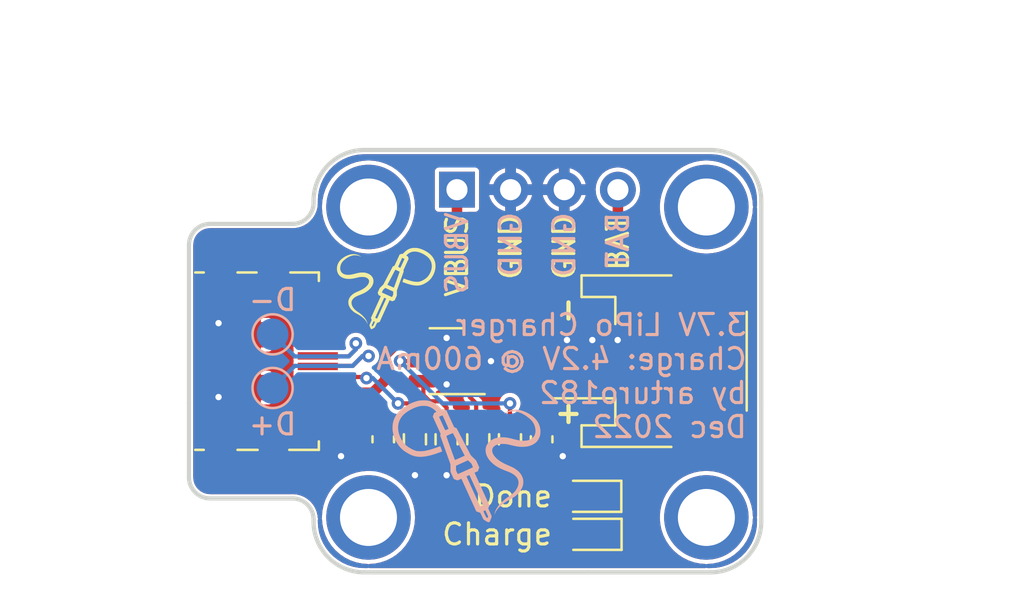
<source format=kicad_pcb>
(kicad_pcb (version 20221018) (generator pcbnew)
  (layers (0 "F.Cu" signal) (31 "B.Cu" signal) (34 "B.Paste" user) (35 "F.Paste" user) (36 "B.SilkS" user "B.Silkscreen") (37 "F.SilkS" user "F.Silkscreen") (38 "B.Mask" user) (39 "F.Mask" user) (44 "Edge.Cuts" user))
  (net 0 "")
  (net 1 "VBUS")
  (net 2 "GND")
  (net 3 "+BATT")
  (net 4 "Net-(D1-Pad1)")
  (net 5 "Net-(D2-Pad1)")
  (net 6 "Net-(J2-PadA5)")
  (net 8 "Net-(R2-Pad2)")
  (net 9 "Net-(R3-Pad1)")
  (net 10 "/D-")
  (net 11 "/D+")
  (net 12 "Net-(R4-Pad1)")
  (footprint "Resistor_SMD:R_0603_1608Metric" (layer "F.Cu") (at 169.8 97.7 90)
    (fp_text reference "R1" hide)
    (fp_text value "5.1K")
    (pad "1" smd roundrect (at -0.825 0 90) (size 0.8 0.95) (layers "F.Cu" "F.Paste" "F.Mask") (net 2 "GND"))
    (pad "2" smd roundrect (at 0.825 0 90) (size 0.8 0.95) (layers "F.Cu" "F.Paste" "F.Mask") (net 6 "Net-(J2-PadA5)"))
  )
  (footprint "MountingHole:MountingHole_2.7mm_M2.5_DIN965_Pad" (layer "F.Cu") (at 183.6 86.7)
    (fp_text reference "REF**" hide)
    (fp_text value "MountingHole_2.7mm_M2.5_DIN965_Pad")
    (pad "1" thru_hole circle (at 0 0) (size 4 4) (drill 2.7) (layers "*.Cu" "*.Mask"))
  )
  (footprint "Capacitor_SMD:C_0603_1608Metric" (layer "F.Cu") (at 175.8 97.7 90)
    (fp_text reference "C2" hide)
    (fp_text value "10uF")
    (pad "1" smd roundrect (at -0.775 0 90) (size 0.9 0.95) (layers "F.Cu" "F.Paste" "F.Mask") (net 2 "GND"))
    (pad "2" smd roundrect (at 0.775 0 90) (size 0.9 0.95) (layers "F.Cu" "F.Paste" "F.Mask") (net 3 "+BATT"))
  )
  (footprint "MountingHole:MountingHole_2.7mm_M2.5_DIN965_Pad" (layer "F.Cu") (at 167.6 86.7)
    (fp_text reference "REF**" hide)
    (fp_text value "MountingHole_2.7mm_M2.5_DIN965_Pad")
    (pad "1" thru_hole circle (at 0 0) (size 4 4) (drill 2.7) (layers "*.Cu" "*.Mask"))
  )
  (footprint "Connector_PinHeader_2.54mm:PinHeader_1x04_P2.54mm_Vertical" (layer "F.Cu") (at 171.79 85.88 90)
    (fp_text reference "J4" hide)
    (fp_text value "Conn_Pwr")
    (pad "1" thru_hole rect (at 0 0 90) (size 1.7 1.7) (drill 1) (layers "*.Cu" "*.Mask") (net 1 "VBUS"))
    (pad "2" thru_hole oval (at 0 2.54 90) (size 1.7 1.7) (drill 1) (layers "*.Cu" "*.Mask") (net 2 "GND"))
    (pad "3" thru_hole oval (at 0 5.08 90) (size 1.7 1.7) (drill 1) (layers "*.Cu" "*.Mask") (net 2 "GND"))
    (pad "4" thru_hole oval (at 0 7.62 90) (size 1.7 1.7) (drill 1) (layers "*.Cu" "*.Mask") (net 3 "+BATT"))
  )
  (footprint "MountingHole:MountingHole_2.7mm_M2.5_DIN965_Pad" (layer "F.Cu") (at 183.6 101.4)
    (fp_text reference "REF**" hide)
    (fp_text value "MountingHole_2.7mm_M2.5_DIN965_Pad")
    (pad "1" thru_hole circle (at 0 0) (size 4 4) (drill 2.7) (layers "*.Cu" "*.Mask"))
  )
  (footprint "Resistor_SMD:R_0603_1608Metric" (layer "F.Cu") (at 174.3 97.7 -90)
    (fp_text reference "R4" hide)
    (fp_text value "1K")
    (pad "1" smd roundrect (at -0.825 0 270) (size 0.8 0.95) (layers "F.Cu" "F.Paste" "F.Mask") (net 12 "Net-(R4-Pad1)"))
    (pad "2" smd roundrect (at 0.825 0 270) (size 0.8 0.95) (layers "F.Cu" "F.Paste" "F.Mask") (net 5 "Net-(D2-Pad1)"))
  )
  (footprint "LED_SMD:LED_0603_1608Metric" (layer "F.Cu") (at 178.087501 100.4 180)
    (fp_text reference "D2" hide)
    (fp_text value "LED_DONE")
    (pad "1" smd roundrect (at -0.7875 0 180) (size 0.875 0.95) (layers "F.Cu" "F.Paste" "F.Mask") (net 5 "Net-(D2-Pad1)"))
    (pad "2" smd roundrect (at 0.7875 0 180) (size 0.875 0.95) (layers "F.Cu" "F.Paste" "F.Mask") (net 1 "VBUS"))
  )
  (footprint "Connector_USB_Extra:USB_C_Plug_UTC009-C12" (layer "F.Cu") (at 165 94 -90)
    (fp_text reference "J2" hide)
    (fp_text value "USB_C_Plug_USB2.0")
    (pad "A1" smd rect (at 2.75 -0.2 270) (size 0.35 1.9) (layers "F.Cu" "F.Paste" "F.Mask") (net 2 "GND"))
    (pad "A4" smd rect (at 1.25 -0.2 270) (size 0.35 1.9) (layers "F.Cu" "F.Paste" "F.Mask") (net 1 "VBUS"))
    (pad "A5" smd rect (at 0.75 -0.2 270) (size 0.35 1.9) (layers "F.Cu" "F.Paste" "F.Mask") (net 6 "Net-(J2-PadA5)"))
    (pad "A6" smd rect (at 0.25 -0.2 270) (size 0.35 1.9) (layers "F.Cu" "F.Paste" "F.Mask") (net 11 "/D+"))
    (pad "A7" smd rect (at -0.25 -0.2 270) (size 0.35 1.9) (layers "F.Cu" "F.Paste" "F.Mask") (net 10 "/D-"))
    (pad "A10" smd rect (at -1.75 -0.2 270) (size 0.35 1.9) (layers "F.Cu" "F.Paste" "F.Mask"))
    (pad "A11" smd rect (at -2.25 -0.2 270) (size 0.35 1.9) (layers "F.Cu" "F.Paste" "F.Mask"))
    (pad "B2" smd rect (at -2.75 -0.2 270) (size 0.35 1.9) (layers "F.Cu" "F.Paste" "F.Mask"))
    (pad "B3" smd rect (at -1.25 -0.2 270) (size 0.35 1.9) (layers "F.Cu" "F.Paste" "F.Mask"))
    (pad "B5" smd rect (at -0.75 -0.2 270) (size 0.35 1.9) (layers "F.Cu" "F.Paste" "F.Mask"))
    (pad "B9" smd rect (at 1.75 -0.2 270) (size 0.35 1.9) (layers "F.Cu" "F.Paste" "F.Mask") (net 1 "VBUS"))
    (pad "B12" smd rect (at 2.25 -0.2 270) (size 0.35 1.9) (layers "F.Cu" "F.Paste" "F.Mask") (net 2 "GND"))
    (pad "S1" smd rect (at -4.55 1.9 270) (size 1.5 1.4) (layers "F.Cu" "F.Paste" "F.Mask") (net 2 "GND"))
    (pad "S1" smd rect (at -4.55 4.4 270) (size 1.5 1.4) (layers "F.Cu" "F.Paste" "F.Mask") (net 2 "GND"))
    (pad "S1" smd rect (at -3.4 -0.1 270) (size 0.65 2.1) (layers "F.Cu" "F.Paste" "F.Mask") (net 2 "GND"))
    (pad "S1" smd rect (at -1.75 4.5 270) (size 1.2 1.2) (layers "F.Cu" "F.Paste" "F.Mask") (net 2 "GND"))
    (pad "S1" smd rect (at -1.25 2.75 270) (size 1.2 1.2) (layers "F.Cu" "F.Paste" "F.Mask") (net 2 "GND"))
    (pad "S1" smd rect (at 1.25 2.75 270) (size 1.2 1.2) (layers "F.Cu" "F.Paste" "F.Mask") (net 2 "GND"))
    (pad "S1" smd rect (at 1.75 4.5 270) (size 1.2 1.2) (layers "F.Cu" "F.Paste" "F.Mask") (net 2 "GND"))
    (pad "S1" smd rect (at 3.4 -0.1 270) (size 0.65 2.1) (layers "F.Cu" "F.Paste" "F.Mask") (net 2 "GND"))
    (pad "S1" smd rect (at 4.55 1.9 270) (size 1.5 1.3) (layers "F.Cu" "F.Paste" "F.Mask") (net 2 "GND"))
    (pad "S1" smd rect (at 4.55 4.4 270) (size 1.5 1.4) (layers "F.Cu" "F.Paste" "F.Mask") (net 2 "GND"))
  )
  (footprint "Symbols_Extra:SolderParty-New-Logo_5x4.2mm_SilkScreen" (layer "F.Cu") (at 168.6 90.4)
    (fp_text reference "G***" hide)
    (fp_text value "LOGO" hide)
  )
  (footprint "LED_SMD:LED_0603_1608Metric" (layer "F.Cu") (at 178.1 102.2 180)
    (fp_text reference "D1" hide)
    (fp_text value "LED_CHR")
    (pad "1" smd roundrect (at -0.7875 0 180) (size 0.875 0.95) (layers "F.Cu" "F.Paste" "F.Mask") (net 4 "Net-(D1-Pad1)"))
    (pad "2" smd roundrect (at 0.7875 0 180) (size 0.875 0.95) (layers "F.Cu" "F.Paste" "F.Mask") (net 1 "VBUS"))
  )
  (footprint "Connector_JST:JST_PH_S2B-PH-SM4-TB_1x02-1MP_P2.00mm_Horizontal" (layer "F.Cu") (at 181 94 90)
    (fp_text reference "J1" hide)
    (fp_text value "Conn_Battery")
    (pad "1" smd roundrect (at -1 -2.85 90) (size 1 3.5) (layers "F.Cu" "F.Paste" "F.Mask") (net 3 "+BATT"))
    (pad "2" smd roundrect (at 1 -2.85 90) (size 1 3.5) (layers "F.Cu" "F.Paste" "F.Mask") (net 2 "GND"))
    (pad "MP" smd roundrect (at -3.35 2.9 90) (size 1.5 3.4) (layers "F.Cu" "F.Paste" "F.Mask") (roundrect_rratio 0.1666673333))
    (pad "MP" smd roundrect (at 3.35 2.9 90) (size 1.5 3.4) (layers "F.Cu" "F.Paste" "F.Mask") (roundrect_rratio 0.1666673333))
  )
  (footprint "MountingHole:MountingHole_2.7mm_M2.5_DIN965_Pad" (layer "F.Cu") (at 167.6 101.4)
    (fp_text reference "REF**" hide)
    (fp_text value "MountingHole_2.7mm_M2.5_DIN965_Pad")
    (pad "1" thru_hole circle (at 0 0) (size 4 4) (drill 2.7) (layers "*.Cu" "*.Mask"))
  )
  (footprint "Capacitor_SMD:C_0603_1608Metric" (layer "F.Cu") (at 168.3 97.7 90)
    (fp_text reference "C1" hide)
    (fp_text value "10uF")
    (pad "1" smd roundrect (at -0.775 0 90) (size 0.9 0.95) (layers "F.Cu" "F.Paste" "F.Mask") (net 2 "GND"))
    (pad "2" smd roundrect (at 0.775 0 90) (size 0.9 0.95) (layers "F.Cu" "F.Paste" "F.Mask") (net 1 "VBUS"))
  )
  (footprint "Resistor_SMD:R_0603_1608Metric" (layer "F.Cu") (at 171.3 97.7 90)
    (fp_text reference "R2" hide)
    (fp_text value "2K")
    (pad "1" smd roundrect (at -0.825 0 90) (size 0.8 0.95) (layers "F.Cu" "F.Paste" "F.Mask") (net 2 "GND"))
    (pad "2" smd roundrect (at 0.825 0 90) (size 0.8 0.95) (layers "F.Cu" "F.Paste" "F.Mask") (net 8 "Net-(R2-Pad2)"))
  )
  (footprint "Resistor_SMD:R_0603_1608Metric" (layer "F.Cu") (at 172.8 97.7 -90)
    (fp_text reference "R3" hide)
    (fp_text value "1K")
    (pad "1" smd roundrect (at -0.825 0 270) (size 0.8 0.95) (layers "F.Cu" "F.Paste" "F.Mask") (net 9 "Net-(R3-Pad1)"))
    (pad "2" smd roundrect (at 0.825 0 270) (size 0.8 0.95) (layers "F.Cu" "F.Paste" "F.Mask") (net 4 "Net-(D1-Pad1)"))
  )
  (footprint "Package_TO_SOT_SMD:SOT-23-6" (layer "F.Cu") (at 171.3 94 180)
    (fp_text reference "U1" hide)
    (fp_text value "ME4055-N")
    (pad "1" smd roundrect (at -1.1375 -0.95 180) (size 1.325 0.6) (layers "F.Cu" "F.Paste" "F.Mask") (net 9 "Net-(R3-Pad1)"))
    (pad "2" smd roundrect (at -1.1375 0 180) (size 1.325 0.6) (layers "F.Cu" "F.Paste" "F.Mask") (net 2 "GND"))
    (pad "3" smd roundrect (at -1.1375 0.95 180) (size 1.325 0.6) (layers "F.Cu" "F.Paste" "F.Mask") (net 3 "+BATT"))
    (pad "4" smd roundrect (at 1.1375 0.95 180) (size 1.325 0.6) (layers "F.Cu" "F.Paste" "F.Mask") (net 1 "VBUS"))
    (pad "5" smd roundrect (at 1.1375 0 180) (size 1.325 0.6) (layers "F.Cu" "F.Paste" "F.Mask") (net 12 "Net-(R4-Pad1)"))
    (pad "6" smd roundrect (at 1.1375 -0.95 180) (size 1.325 0.6) (layers "F.Cu" "F.Paste" "F.Mask") (net 8 "Net-(R2-Pad2)"))
  )
  (footprint "Symbols_Extra:SolderParty-New-Logo_7.5x6.4mm_SilkScreen" (layer "B.Cu") (at 172 98.5 180)
    (fp_text reference "G***" hide)
    (fp_text value "LOGO" hide)
  )
  (footprint "TestPoint:TestPoint_Pad_D1.5mm" (layer "B.Cu") (at 163.06 95.270003 90)
    (fp_text reference "TP2" hide)
    (fp_text value "TP_D+")
    (pad "1" smd circle (at 0 0 90) (size 1.5 1.5) (layers "B.Cu" "B.Mask") (net 11 "/D+"))
  )
  (footprint "TestPoint:TestPoint_Pad_D1.5mm" (layer "B.Cu") (at 163.06 92.73 90)
    (fp_text reference "TP1" hide)
    (fp_text value "TP_D-")
    (pad "1" smd circle (at 0 0 90) (size 1.5 1.5) (layers "B.Cu" "B.Mask") (net 10 "/D-"))
  )
  (gr_line (start 178 104) (end 167.4 104.000001) (stroke (width 0.2)) (layer "Edge.Cuts"))
  (gr_line (start 165 101.5) (end 165 101.6) (stroke (width 0.2)) (layer "Edge.Cuts"))
  (gr_arc (start 186.2 101.6) (mid 185.497056 103.297056) (end 183.8 104) (stroke (width 0.2)) (layer "Edge.Cuts"))
  (gr_line (start 164 87.5) (end 160.1 87.5) (stroke (width 0.2)) (layer "Edge.Cuts"))
  (gr_arc (start 159.1 88.5) (mid 159.392893 87.792893) (end 160.1 87.5) (stroke (width 0.2)) (layer "Edge.Cuts"))
  (gr_arc (start 165 86.400001) (mid 165.702944 84.702945) (end 167.4 84.000001) (stroke (width 0.2)) (layer "Edge.Cuts"))
  (gr_line (start 186.2 101.6) (end 186.2 96) (stroke (width 0.2)) (layer "Edge.Cuts"))
  (gr_line (start 159.1 88.5) (end 159.1 96) (stroke (width 0.2)) (layer "Edge.Cuts"))
  (gr_line (start 178 84) (end 167.4 84.000001) (stroke (width 0.2)) (layer "Edge.Cuts"))
  (gr_arc (start 183.8 84) (mid 185.497056 84.702944) (end 186.2 86.4) (stroke (width 0.2)) (layer "Edge.Cuts"))
  (gr_arc (start 164 100.5) (mid 164.707107 100.792893) (end 165 101.5) (stroke (width 0.2)) (layer "Edge.Cuts"))
  (gr_line (start 164 100.5) (end 160.1 100.5) (stroke (width 0.2)) (layer "Edge.Cuts"))
  (gr_arc (start 167.4 104) (mid 165.702944 103.297056) (end 165 101.6) (stroke (width 0.2)) (layer "Edge.Cuts"))
  (gr_line (start 186.2 96) (end 186.2 86.4) (stroke (width 0.2)) (layer "Edge.Cuts"))
  (gr_line (start 183.8 104) (end 178 104) (stroke (width 0.2)) (layer "Edge.Cuts"))
  (gr_line (start 159.1 96) (end 159.1 99.5) (stroke (width 0.2)) (layer "Edge.Cuts"))
  (gr_line (start 183.8 84) (end 178 84) (stroke (width 0.2)) (layer "Edge.Cuts"))
  (gr_arc (start 165 86.5) (mid 164.707107 87.207107) (end 164 87.5) (stroke (width 0.2)) (layer "Edge.Cuts"))
  (gr_arc (start 160.1 100.5) (mid 159.392893 100.207107) (end 159.1 99.5) (stroke (width 0.2)) (layer "Edge.Cuts"))
  (gr_line (start 165 86.5) (end 165 86.400001) (stroke (width 0.2)) (layer "Edge.Cuts"))
  (gr_text "D+" (at 163.06 96.99) (layer "B.SilkS") (effects (font (size 1 1)) (justify mirror)))
  (gr_text "D-" (at 163.06 91.1) (layer "B.SilkS") (effects (font (size 1 1)) (justify mirror)))
  (gr_text "GND" (at 174.33 86.85 90) (layer "B.SilkS") (effects (font (size 1 1)) (justify left mirror)))
  (gr_text "3.7V LiPo Charger\nCharge: 4.2V @ 600mA\nby arturo182\nDec 2022" (at 185.6 94.7) (layer "B.SilkS") (effects (font (size 1 1)) (justify left mirror)))
  (gr_text "VBUS" (at 171.79 86.86 90) (layer "B.SilkS") (effects (font (size 1 1)) (justify left mirror)))
  (gr_text "GND" (at 176.87 86.86 90) (layer "B.SilkS") (effects (font (size 1 1)) (justify left mirror)))
  (gr_text "BAT" (at 179.41 86.86 90) (layer "B.SilkS") (effects (font (size 1 1)) (justify left mirror)))
  (gr_text "Charge" (at 176.387501 102.2) (layer "F.SilkS") (effects (font (size 1 1)) (justify right)))
  (gr_text "GND" (at 174.33 86.99 90) (layer "F.SilkS") (effects (font (size 1 1)) (justify right)))
  (gr_text "BAT" (at 179.41 86.99 90) (layer "F.SilkS") (effects (font (size 1 1)) (justify right)))
  (gr_text "-" (at 177 91.6 90) (layer "F.SilkS") (effects (font (size 1 1) (thickness 0.2))))
  (gr_text "Done" (at 176.387501 100.4) (layer "F.SilkS") (effects (font (size 1 1)) (justify right)))
  (gr_text "VBUS" (at 171.79 86.99 90) (layer "F.SilkS") (effects (font (size 1 1)) (justify right)))
  (gr_text "+" (at 177 96.5 90) (layer "F.SilkS") (effects (font (size 1 1) (thickness 0.2))))
  (gr_text "GND" (at 176.87 86.99 90) (layer "F.SilkS") (effects (font (size 1 1)) (justify right)))
  (segment (start 168.6 97.7) (end 168.3 97.4) (width 0.2) (layer "F.Cu") (net 1))
  (segment (start 170.55 99.65) (end 170.55 98) (width 0.2) (layer "F.Cu") (net 1))
  (segment (start 177.3125 100.412499) (end 177.300001 100.4) (width 0.2) (layer "F.Cu") (net 1))
  (segment (start 169.05 93.05) (end 168.4 93.7) (width 0.5) (layer "F.Cu") (net 1))
  (segment (start 167.8 95.5) (end 166.9 95.5) (width 0.5) (layer "F.Cu") (net 1))
  (segment (start 171.79 85.88) (end 171.79 89.91) (width 0.5) (layer "F.Cu") (net 1))
  (segment (start 168.3 97.4) (end 168.3 96.9125) (width 0.2) (layer "F.Cu") (net 1))
  (segment (start 170.55 98) (end 170.25 97.7) (width 0.2) (layer "F.Cu") (net 1))
  (segment (start 170.2 93.05) (end 169.05 93.05) (width 0.5) (layer "F.Cu") (net 1))
  (segment (start 170.25 97.7) (end 168.6 97.7) (width 0.2) (layer "F.Cu") (net 1))
  (segment (start 170.2 91.5) (end 170.2 93.05) (width 0.5) (layer "F.Cu") (net 1))
  (segment (start 168.4 93.7) (end 168.4 94.9) (width 0.5) (layer "F.Cu") (net 1))
  (segment (start 166.9 95.5) (end 167.6 95.5) (width 0.5) (layer "F.Cu") (net 1))
  (segment (start 173.1 102.2) (end 170.55 99.65) (width 0.2) (layer "F.Cu") (net 1))
  (segment (start 177.3125 102.2) (end 177.3125 100.412499) (width 0.2) (layer "F.Cu") (net 1))
  (segment (start 168.4 94.9) (end 167.8 95.5) (width 0.5) (layer "F.Cu") (net 1))
  (segment (start 171.79 89.91) (end 170.2 91.5) (width 0.5) (layer "F.Cu") (net 1))
  (segment (start 166.9 95.5) (end 165.2 95.5) (width 0.5) (layer "F.Cu") (net 1))
  (segment (start 167.6 95.5) (end 168.2 96.1) (width 0.5) (layer "F.Cu") (net 1))
  (segment (start 177.3125 102.2) (end 173.1 102.2) (width 0.2) (layer "F.Cu") (net 1))
  (segment (start 168.2 96.1) (end 168.2 96.9125) (width 0.5) (layer "F.Cu") (net 1))
  (via (at 178.2 93) (size 0.6) (drill 0.3) (layers "F.Cu" "B.Cu") (net 2))
  (via (at 160.5 92.2) (size 0.6) (drill 0.3) (layers "F.Cu" "B.Cu") (net 2))
  (via (at 160.5 95.7) (size 0.6) (drill 0.3) (layers "F.Cu" "B.Cu") (net 2))
  (via (at 176.8 98.5) (size 0.6) (drill 0.3) (layers "F.Cu" "B.Cu") (net 2))
  (via (at 171.3 92.9) (size 0.6) (drill 0.3) (layers "F.Cu" "B.Cu") (net 2))
  (via (at 171.3 95.1) (size 0.6) (drill 0.3) (layers "F.Cu" "B.Cu") (net 2))
  (via (at 171.3 99.4) (size 0.6) (drill 0.3) (layers "F.Cu" "B.Cu") (net 2))
  (via (at 177 93) (size 0.6) (drill 0.3) (layers "F.Cu" "B.Cu") (net 2))
  (via (at 169.8 99.4) (size 0.6) (drill 0.3) (layers "F.Cu" "B.Cu") (net 2))
  (via (at 179.4 93) (size 0.6) (drill 0.3) (layers "F.Cu" "B.Cu") (net 2))
  (via (at 173.4 94) (size 0.6) (drill 0.3) (layers "F.Cu" "B.Cu") (net 2))
  (via (at 166.3 98.5) (size 0.6) (drill 0.3) (layers "F.Cu" "B.Cu") (net 2))
  (segment (start 176 95) (end 178.45 95) (width 0.5) (layer "F.Cu") (net 3))
  (segment (start 181.2 94.3) (end 181.2 89.8) (width 0.5) (layer "F.Cu") (net 3))
  (segment (start 175.8 95.2) (end 175.8 94.8) (width 0.5) (layer "F.Cu") (net 3))
  (segment (start 175.8 95.7) (end 175.8 96.4) (width 0.5) (layer "F.Cu") (net 3))
  (segment (start 174.35 93.05) (end 175.8 94.5) (width 0.5) (layer "F.Cu") (net 3))
  (segment (start 175.8 95.7) (end 175.8 95.2) (width 0.5) (layer "F.Cu") (net 3))
  (segment (start 175.8 96.9125) (end 175.8 96.4) (width 0.5) (layer "F.Cu") (net 3))
  (segment (start 178.45 95) (end 180.5 95) (width 0.5) (layer "F.Cu") (net 3))
  (segment (start 179.41 88.01) (end 179.41 85.88) (width 0.5) (layer "F.Cu") (net 3))
  (segment (start 176 95) (end 175.8 95.2) (width 0.5) (layer "F.Cu") (net 3))
  (segment (start 175.8 94.5) (end 175.8 95) (width 0.5) (layer "F.Cu") (net 3))
  (segment (start 181.2 89.8) (end 179.41 88.01) (width 0.5) (layer "F.Cu") (net 3))
  (segment (start 180.5 95) (end 181.2 94.3) (width 0.5) (layer "F.Cu") (net 3))
  (segment (start 172.4 93.05) (end 174.35 93.05) (width 0.5) (layer "F.Cu") (net 3))
  (segment (start 178.1 100.062086) (end 177.712914 99.675) (width 0.2) (layer "F.Cu") (net 4))
  (segment (start 173.375 99.675) (end 172.8 99.1) (width 0.2) (layer "F.Cu") (net 4))
  (segment (start 178.1 101.4125) (end 178.1 100.062086) (width 0.2) (layer "F.Cu") (net 4))
  (segment (start 178.8875 102.2) (end 178.1 101.4125) (width 0.2) (layer "F.Cu") (net 4))
  (segment (start 172.8 99.1) (end 172.8 98.6) (width 0.2) (layer "F.Cu") (net 4))
  (segment (start 177.712914 99.675) (end 173.375 99.675) (width 0.2) (layer "F.Cu") (net 4))
  (segment (start 177.857888 99.325) (end 174.525 99.325) (width 0.2) (layer "F.Cu") (net 5))
  (segment (start 178.875001 100.4) (end 178.875001 100.342113) (width 0.2) (layer "F.Cu") (net 5))
  (segment (start 178.875001 100.342113) (end 177.857888 99.325) (width 0.2) (layer "F.Cu") (net 5))
  (segment (start 174.3 99.1) (end 174.3 98.4875) (width 0.2) (layer "F.Cu") (net 5))
  (segment (start 174.525 99.325) (end 174.3 99.1) (width 0.2) (layer "F.Cu") (net 5))
  (segment (start 169.5 96) (end 169.775 96.275) (width 0.2) (layer "F.Cu") (net 6))
  (segment (start 165.2 94.75) (end 167.455025 94.75) (width 0.2) (layer "F.Cu") (net 6))
  (segment (start 169.775 96.275) (end 169.775 96.9) (width 0.2) (layer "F.Cu") (net 6))
  (segment (start 169 96) (end 169.5 96) (width 0.2) (layer "F.Cu") (net 6))
  (segment (start 167.455025 94.75) (end 167.505025 94.8) (width 0.2) (layer "F.Cu") (net 6))
  (via (at 169 96) (size 0.6) (drill 0.3) (layers "F.Cu" "B.Cu") (net 6))
  (via (at 167.505025 94.8) (size 0.6) (drill 0.3) (layers "F.Cu" "B.Cu") (net 6))
  (segment (start 167.8 94.8) (end 167.505025 94.8) (width 0.2) (layer "B.Cu") (net 6))
  (segment (start 169 96) (end 167.8 94.8) (width 0.2) (layer "B.Cu") (net 6))
  (segment (start 170.5 95.9) (end 171 95.9) (width 0.2) (layer "F.Cu") (net 8))
  (segment (start 170.2 95.6) (end 170.5 95.9) (width 0.2) (layer "F.Cu") (net 8))
  (segment (start 170.2 94.95) (end 170.2 95.6) (width 0.2) (layer "F.Cu") (net 8))
  (segment (start 171 95.9) (end 171.3 96.2) (width 0.2) (layer "F.Cu") (net 8))
  (segment (start 171.3 96.2) (end 171.3 96.9125) (width 0.2) (layer "F.Cu") (net 8))
  (segment (start 172.4 95.7) (end 172.7 96) (width 0.2) (layer "F.Cu") (net 9))
  (segment (start 172.4 94.95) (end 172.4 95.7) (width 0.2) (layer "F.Cu") (net 9))
  (segment (start 172.7 96) (end 172.7 96.9125) (width 0.2) (layer "F.Cu") (net 9))
  (segment (start 167.001268 93.438275) (end 167.001268 93.155432) (width 0.2) (layer "F.Cu") (net 10))
  (segment (start 165.225 93.775) (end 166.664543 93.775) (width 0.2) (layer "F.Cu") (net 10))
  (segment (start 166.664543 93.775) (end 167.001268 93.438275) (width 0.2) (layer "F.Cu") (net 10))
  (segment (start 165.2 93.75) (end 165.225 93.775) (width 0.2) (layer "F.Cu") (net 10))
  (via (at 167.001268 93.155432) (size 0.6) (drill 0.3) (layers "F.Cu" "B.Cu") (net 10))
  (segment (start 164.105001 93.775002) (end 163.06 92.730001) (width 0.2) (layer "B.Cu") (net 10))
  (segment (start 167.001268 93.155432) (end 167.001268 93.438275) (width 0.2) (layer "B.Cu") (net 10))
  (segment (start 167.001268 93.438275) (end 166.664541 93.775002) (width 0.2) (layer "B.Cu") (net 10))
  (segment (start 163.06 92.730001) (end 163.06 92.73) (width 0.2) (layer "B.Cu") (net 10))
  (segment (start 166.664541 93.775002) (end 164.105001 93.775002) (width 0.2) (layer "B.Cu") (net 10))
  (segment (start 167.319467 93.756474) (end 167.60231 93.756474) (width 0.2) (layer "F.Cu") (net 11))
  (segment (start 165.225 94.225) (end 166.850941 94.225) (width 0.2) (layer "F.Cu") (net 11))
  (segment (start 165.2 94.25) (end 165.225 94.225) (width 0.2) (layer "F.Cu") (net 11))
  (segment (start 166.850941 94.225) (end 167.319467 93.756474) (width 0.2) (layer "F.Cu") (net 11))
  (via (at 167.60231 93.756474) (size 0.6) (drill 0.3) (layers "F.Cu" "B.Cu") (net 11))
  (segment (start 164.105001 94.225002) (end 163.06 95.270003) (width 0.2) (layer "B.Cu") (net 11))
  (segment (start 167.319467 93.756474) (end 166.850939 94.225002) (width 0.2) (layer "B.Cu") (net 11))
  (segment (start 167.60231 93.756474) (end 167.319467 93.756474) (width 0.2) (layer "B.Cu") (net 11))
  (segment (start 166.850939 94.225002) (end 164.105001 94.225002) (width 0.2) (layer "B.Cu") (net 11))
  (segment (start 169.104878 94) (end 169.0995 93.994622) (width 0.2) (layer "F.Cu") (net 12))
  (segment (start 170.1625 94) (end 169.104878 94) (width 0.2) (layer "F.Cu") (net 12))
  (segment (start 174.3 96) (end 174.3 96.9125) (width 0.2) (layer "F.Cu") (net 12))
  (via (at 174.3 96) (size 0.6) (drill 0.3) (layers "F.Cu" "B.Cu") (net 12))
  (via (at 169.0995 93.994622) (size 0.6) (drill 0.3) (layers "F.Cu" "B.Cu") (net 12))
  (segment (start 169.0995 93.994622) (end 171.104878 96) (width 0.2) (layer "B.Cu") (net 12))
  (segment (start 171.104878 96) (end 174.3 96) (width 0.2) (layer "B.Cu") (net 12))
  (zone (net 2) (net_name "GND") (layers "F&B.Cu") (connect_pads (clearance 0.2)) (min_thickness 0.2) (fill yes (thermal_gap 0.2) (thermal_bridge_width 0.508))
    (polygon (pts (xy 187.5 105) (xy 157.5 105) (xy 157.5 82.5) (xy 187.5 82.5)))
  )
)
</source>
